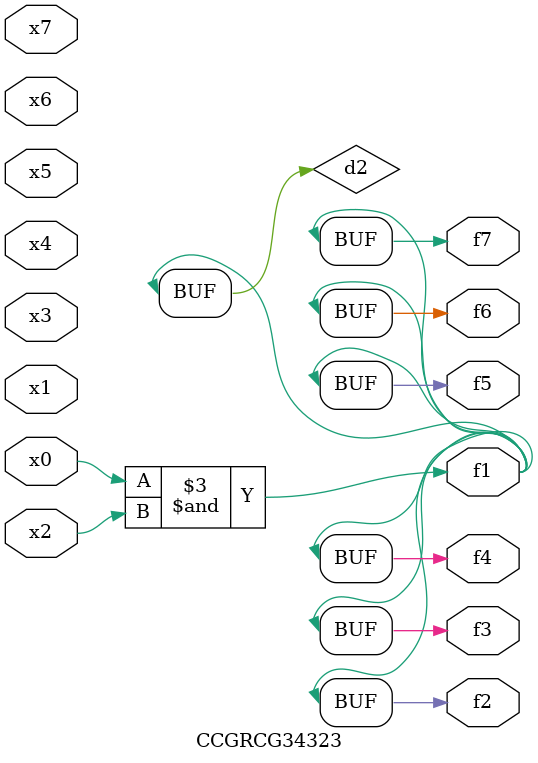
<source format=v>
module CCGRCG34323(
	input x0, x1, x2, x3, x4, x5, x6, x7,
	output f1, f2, f3, f4, f5, f6, f7
);

	wire d1, d2;

	nor (d1, x3, x6);
	and (d2, x0, x2);
	assign f1 = d2;
	assign f2 = d2;
	assign f3 = d2;
	assign f4 = d2;
	assign f5 = d2;
	assign f6 = d2;
	assign f7 = d2;
endmodule

</source>
